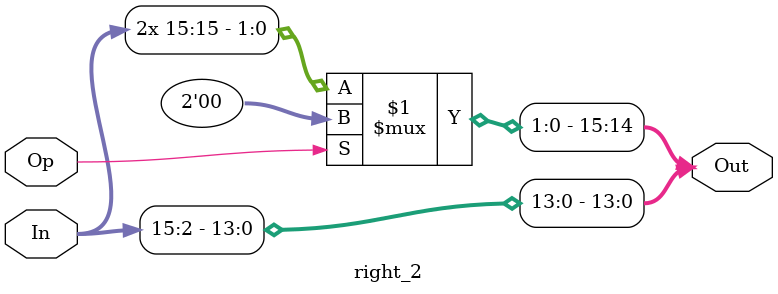
<source format=v>
/*
    shift right 2 bit
*/
module right_2 (In, Op, Out);
    parameter   N = 16;
    
    input [N-1:0]  In;
    input Op;
    output [N-1:0] Out;
    
    assign Out[15:14] = Op ? 2'b0 : {2{In[15]}};
    assign Out[13:0] = In[15:2];
endmodule
</source>
